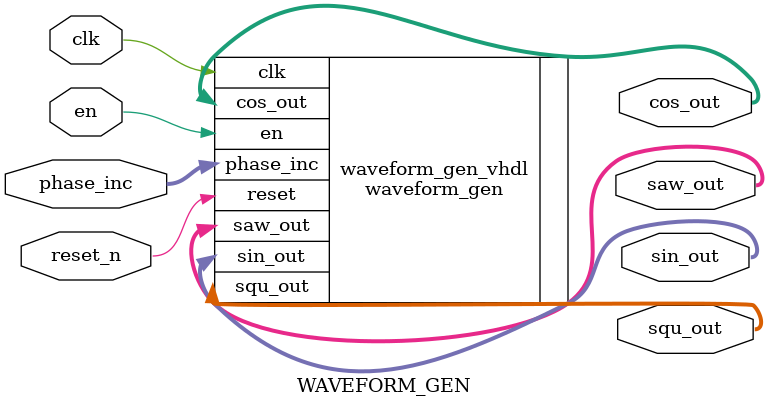
<source format=sv>
`default_nettype none
module WAVEFORM_GEN ( 
  input tri           clk,
  input tri           reset_n,
  input tri           en,
  input tri [31:0]    phase_inc,
  output logic [11:0] sin_out,
  output logic [11:0] cos_out,
  output logic [11:0] squ_out,
  output logic [11:0] saw_out
);

waveform_gen waveform_gen_vhdl (
  .clk(clk),
  .reset(reset_n),
  .en(en),
  .phase_inc(phase_inc),
  .sin_out(sin_out),
  .cos_out(cos_out),
  .squ_out(squ_out),
  .saw_out(saw_out)
);

endmodule
`default_nettype wire
</source>
